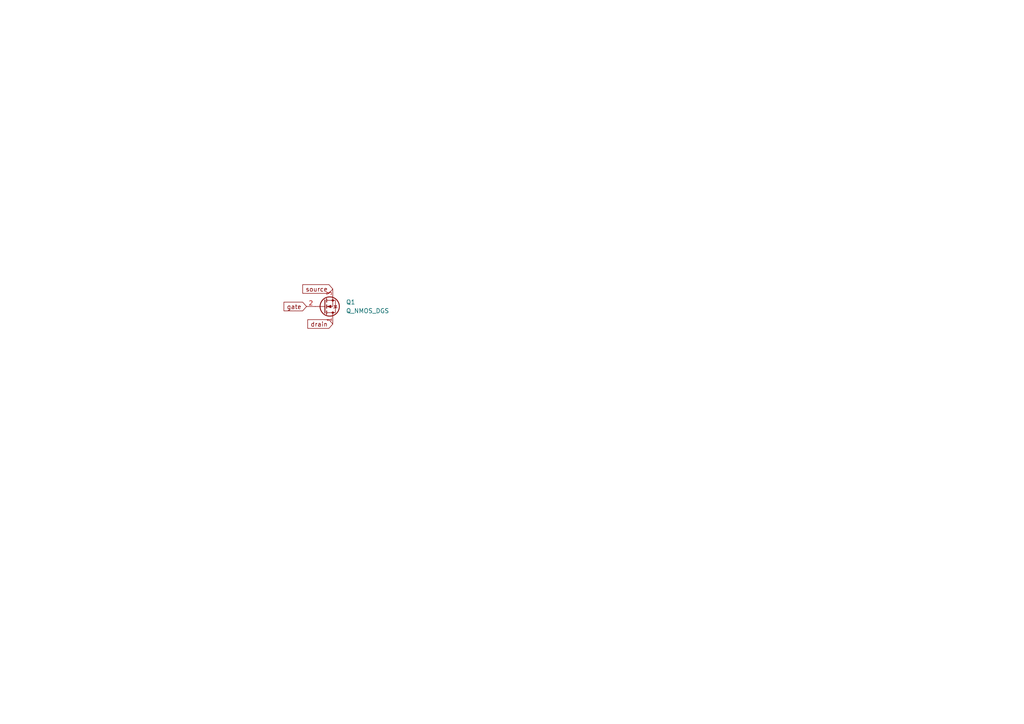
<source format=kicad_sch>
(kicad_sch (version 20211123) (generator eeschema)
  (paper "A4")
  (title_block (title "Simple Circuit") (date "2022-08-02") (rev "v01"))
  (lib_symbols
    (symbol "Device:Q_NMOS_DGS" (pin_names (offset 0) hide)
      (property "Reference" "Q" (at 5.08 1.27 0))
      (property "Value" "Q_NMOS_DGS" (at 5.08 -1.27 0))
      (symbol "Q_NMOS_DGS_0_1"
        (polyline (pts (xy 0.254 0) (xy -2.54 0)))
        (polyline (pts (xy 0.254 1.905) (xy 0.254 -1.905)) (stroke (width 0.254)))
        (polyline (pts (xy 0.762 -1.27) (xy 0.762 -2.286)) (stroke (width 0.254)))
        (polyline (pts (xy 0.762 0.508) (xy 0.762 -0.508)) (stroke (width 0.254)))
        (polyline (pts (xy 0.762 2.286) (xy 0.762 1.27)) (stroke (width 0.254)))
        (polyline (pts (xy 2.54 2.54) (xy 2.54 1.778)))
        (polyline (pts (xy 2.54 -2.54) (xy 2.54 0) (xy 0.762 0)))
        (polyline (pts (xy 0.762 -1.778) (xy 3.302 -1.778) (xy 3.302 1.778) (xy 0.762 1.778)))
        (polyline (pts (xy 1.016 0) (xy 2.032 0.381) (xy 2.032 -0.381) (xy 1.016 0)) (fill (type outline)))
        (polyline (pts (xy 2.794 0.508) (xy 2.921 0.381) (xy 3.683 0.381) (xy 3.81 0.254)))
        (polyline (pts (xy 3.302 0.381) (xy 2.921 -0.254) (xy 3.683 -0.254) (xy 3.302 0.381)))
        (circle (center 1.651 0) (radius 2.794) (stroke (width 0.254)))
        (circle (center 2.54 -1.778) (radius 0.254) (fill (type outline)))
        (circle (center 2.54 1.778) (radius 0.254) (fill (type outline)))
      )
      (symbol "Q_NMOS_DGS_1_1"
        (pin passive line (at 2.54 5.08 270) (length 2.54) (name "D") (number "1"))
        (pin input line (at -5.08 0 0) (length 2.54) (name "G") (number "2"))
        (pin passive line (at 2.54 -5.08 90) (length 2.54) (name "S") (number "3"))
      )
    )
  )
  (global_label "drain" (shape input) (at 96.52 93.98 180) (property "Intersheet References" "${INTERSHEET_REFS}" (effects hide)))
  (global_label "gate" (shape input) (at 88.9 88.9 180) (property "Intersheet References" "${INTERSHEET_REFS}" (effects hide)))
  (global_label "source" (shape input) (at 96.52 83.82 180) (property "Intersheet References" "${INTERSHEET_REFS}" (effects hide)))
  (symbol (lib_id "Device:Q_NMOS_DGS") (at 93.98 88.9 0) (mirror x) (unit 1)
    (property "Reference" "Q1" (at 100.33 87.6299 0) (effects (justify left)))
    (property "Value" "Q_NMOS_DGS" (at 100.33 90.1699 0) (effects (justify left)))
  )
)
</source>
